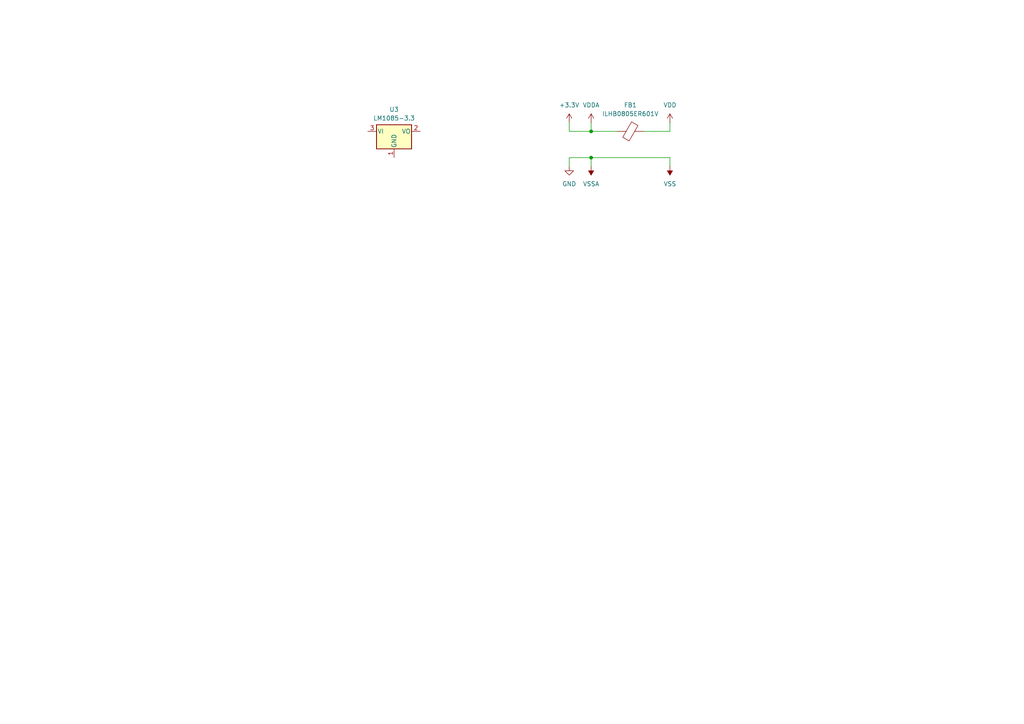
<source format=kicad_sch>
(kicad_sch (version 20231120) (generator "eeschema") (generator_version "8.0")
  (paper "A4")
  (lib_symbols
    (symbol "Device:FerriteBead" (pin_numbers hide) (pin_names (offset 0))
      (property "Reference" "FB" (at -3.81 0.635 90))
      (property "Value" "FerriteBead" (at 3.81 0 90))
      (symbol "FerriteBead_0_1"
        (polyline (pts (xy 0 -1.27) (xy 0 -1.2192)))
        (polyline (pts (xy 0 1.27) (xy 0 1.2954)))
        (polyline (pts (xy -2.7686 0.4064) (xy -1.7018 2.2606) (xy 2.7686 -0.3048) (xy 1.6764 -2.159) (xy -2.7686 0.4064)))
      )
      (symbol "FerriteBead_1_1"
        (pin passive line (at 0 3.81 270) (length 2.54) (name "~") (number "1"))
        (pin passive line (at 0 -3.81 90) (length 2.54) (name "~") (number "2"))
      )
    )
    (symbol "Regulator_Linear:LM1085-3.3" (pin_names (offset 0.254))
      (property "Reference" "U" (at -3.81 3.175 0))
      (property "Value" "LM1085-3.3" (at 0 3.175 0))
      (symbol "LM1085-3.3_0_1"
        (rectangle (start -5.08 1.905) (end 5.08 -5.08) (stroke (width 0.254)) (fill (type background)))
      )
      (symbol "LM1085-3.3_1_1"
        (pin power_in line (at 0 -7.62 90) (length 2.54) (name "GND") (number "1"))
        (pin power_out line (at 7.62 0 180) (length 2.54) (name "VO") (number "2"))
        (pin power_in line (at -7.62 0 0) (length 2.54) (name "VI") (number "3"))
      )
    )
    (symbol "power:+3.3V" (power) (pin_numbers hide) (pin_names (offset 0) hide)
      (property "Value" "+3.3V" (at 0 3.556 0))
      (symbol "+3.3V_0_1"
        (polyline (pts (xy -0.762 1.27) (xy 0 2.54)))
        (polyline (pts (xy 0 0) (xy 0 2.54)))
        (polyline (pts (xy 0 2.54) (xy 0.762 1.27)))
      )
      (symbol "+3.3V_1_1"
        (pin power_in line (at 0 0 90) (length 0) (name "~") (number "1"))
      )
    )
    (symbol "power:GND" (power) (pin_numbers hide) (pin_names (offset 0) hide)
      (property "Value" "GND" (at 0 -3.81 0))
      (symbol "GND_0_1"
        (polyline (pts (xy 0 0) (xy 0 -1.27) (xy 1.27 -1.27) (xy 0 -2.54) (xy -1.27 -1.27) (xy 0 -1.27)))
      )
      (symbol "GND_1_1"
        (pin power_in line (at 0 0 270) (length 0) (name "~") (number "1"))
      )
    )
    (symbol "power:VDD" (power) (pin_numbers hide) (pin_names (offset 0) hide)
      (property "Value" "VDD" (at 0 3.556 0))
      (symbol "VDD_0_1"
        (polyline (pts (xy -0.762 1.27) (xy 0 2.54)))
        (polyline (pts (xy 0 0) (xy 0 2.54)))
        (polyline (pts (xy 0 2.54) (xy 0.762 1.27)))
      )
      (symbol "VDD_1_1"
        (pin power_in line (at 0 0 90) (length 0) (name "~") (number "1"))
      )
    )
    (symbol "power:VDDA" (power) (pin_numbers hide) (pin_names (offset 0) hide)
      (property "Value" "VDDA" (at 0 3.556 0))
      (symbol "VDDA_0_1"
        (polyline (pts (xy -0.762 1.27) (xy 0 2.54)))
        (polyline (pts (xy 0 0) (xy 0 2.54)))
        (polyline (pts (xy 0 2.54) (xy 0.762 1.27)))
      )
      (symbol "VDDA_1_1"
        (pin power_in line (at 0 0 90) (length 0) (name "~") (number "1"))
      )
    )
    (symbol "power:VSS" (power) (pin_numbers hide) (pin_names (offset 0) hide)
      (property "Value" "VSS" (at 0 3.556 0))
      (symbol "VSS_0_1"
        (polyline (pts (xy 0 0) (xy 0 2.54)))
        (polyline (pts (xy 0.762 1.27) (xy -0.762 1.27) (xy 0 2.54) (xy 0.762 1.27)) (fill (type outline)))
      )
      (symbol "VSS_1_1"
        (pin power_in line (at 0 0 90) (length 0) (name "~") (number "1"))
      )
    )
    (symbol "power:VSSA" (power) (pin_numbers hide) (pin_names (offset 0) hide)
      (property "Value" "VSSA" (at 0 3.556 0))
      (symbol "VSSA_0_1"
        (polyline (pts (xy 0 0) (xy 0 2.54)))
        (polyline (pts (xy 0.762 1.27) (xy -0.762 1.27) (xy 0 2.54) (xy 0.762 1.27)) (fill (type outline)))
      )
      (symbol "VSSA_1_1"
        (pin power_in line (at 0 0 90) (length 0) (name "~") (number "1"))
      )
    )
  )
  (junction (at 171.45 38.1))
  (junction (at 171.45 45.72))
  (wire (pts (xy 171.45 38.1) (xy 179.07 38.1)))
  (wire (pts (xy 165.1 38.1) (xy 171.45 38.1)))
  (wire (pts (xy 171.45 45.72) (xy 194.31 45.72)))
  (wire (pts (xy 165.1 45.72) (xy 171.45 45.72)))
  (wire (pts (xy 165.1 48.26) (xy 165.1 45.72)))
  (wire (pts (xy 171.45 35.56) (xy 171.45 38.1)))
  (wire (pts (xy 194.31 45.72) (xy 194.31 48.26)))
  (wire (pts (xy 165.1 35.56) (xy 165.1 38.1)))
  (wire (pts (xy 194.31 35.56) (xy 194.31 38.1)))
  (wire (pts (xy 171.45 48.26) (xy 171.45 45.72)))
  (wire (pts (xy 186.69 38.1) (xy 194.31 38.1)))
  (symbol (lib_id "Device:FerriteBead") (at 182.88 38.1 90) (unit 1)
    (property "Reference" "FB1" (at 182.8292 30.48 90))
    (property "Value" "ILHB0805ER601V" (at 182.8292 33.02 90))
    (property "Description" "Ferrite bead" (effects (hide yes)))
  )
  (symbol (lib_id "power:VDD") (at 194.31 35.56 0) (unit 1)
    (property "Reference" "#PWR05" (effects (hide yes)))
    (property "Value" "VDD" (at 194.31 30.48 0))
    (property "Description" "Power symbol creates a global label with name \"VDD\"" (effects (hide yes)))
  )
  (symbol (lib_id "Regulator_Linear:LM1085-3.3") (at 114.3 38.1 0) (unit 1)
    (property "Reference" "U3" (at 114.3 31.75 0))
    (property "Value" "LM1085-3.3" (at 114.3 34.29 0))
    (property "Datasheet" "http://www.ti.com/lit/ds/symlink/lm1085.pdf" (effects (hide yes)))
    (property "Description" "3A 27V Linear Regulator, Fixed Output 3.3V, TO-220/TO-263" (effects (hide yes)))
  )
  (symbol (lib_id "power:VSS") (at 194.31 48.26 180) (unit 1)
    (property "Reference" "#PWR07" (effects (hide yes)))
    (property "Value" "VSS" (at 194.31 53.34 0))
    (property "Description" "Power symbol creates a global label with name \"VSS\"" (effects (hide yes)))
  )
  (symbol (lib_id "power:VSSA") (at 171.45 48.26 180) (unit 1)
    (property "Reference" "#PWR08" (effects (hide yes)))
    (property "Value" "VSSA" (at 171.45 53.34 0))
    (property "Description" "Power symbol creates a global label with name \"VSSA\"" (effects (hide yes)))
  )
  (symbol (lib_id "power:VDDA") (at 171.45 35.56 0) (unit 1)
    (property "Reference" "#PWR06" (effects (hide yes)))
    (property "Value" "VDDA" (at 171.45 30.48 0))
    (property "Description" "Power symbol creates a global label with name \"VDDA\"" (effects (hide yes)))
  )
  (symbol (lib_id "power:GND") (at 165.1 48.26 0) (unit 1)
    (property "Reference" "#PWR010" (effects (hide yes)))
    (property "Value" "GND" (at 165.1 53.34 0))
    (property "Description" "Power symbol creates a global label with name \"GND\" , ground" (effects (hide yes)))
  )
  (symbol (lib_id "power:+3.3V") (at 165.1 35.56 0) (unit 1)
    (property "Reference" "#PWR09" (effects (hide yes)))
    (property "Value" "+3.3V" (at 165.1 30.48 0))
    (property "Description" "Power symbol creates a global label with name \"+3.3V\"" (effects (hide yes)))
  )
)
</source>
